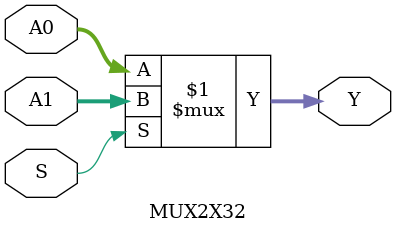
<source format=v>
module MUX2X32(A0, A1, S, Y);
	input [31:0] A0;
	input [31:0] A1;
	input S;
	output[31:0] Y;
	assign Y = S ? A1 : A0;
endmodule

</source>
